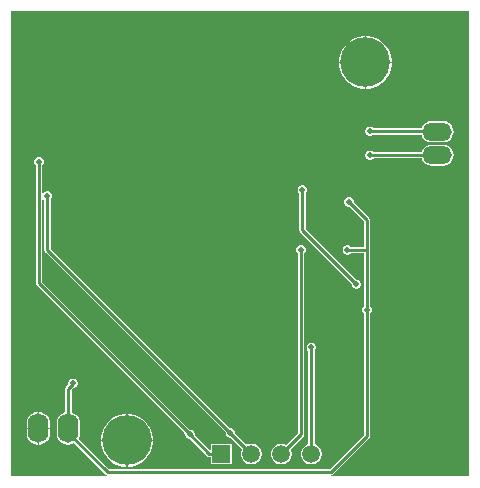
<source format=gbl>
G04*
G04 #@! TF.GenerationSoftware,Altium Limited,Altium Designer,23.3.1 (30)*
G04*
G04 Layer_Physical_Order=2*
G04 Layer_Color=16711680*
%FSLAX25Y25*%
%MOIN*%
G70*
G04*
G04 #@! TF.SameCoordinates,0C139B8F-EE47-4A66-AA8D-B4512E762C46*
G04*
G04*
G04 #@! TF.FilePolarity,Positive*
G04*
G01*
G75*
%ADD32C,0.01000*%
%ADD33C,0.16535*%
%ADD34C,0.05906*%
%ADD35R,0.05906X0.05906*%
%ADD36O,0.06890X0.09843*%
%ADD37O,0.09843X0.05906*%
%ADD38C,0.01968*%
G36*
X152500Y0D02*
X106648D01*
X106598Y500D01*
X106890Y558D01*
X107221Y779D01*
X119221Y12779D01*
X119442Y13110D01*
X119520Y13500D01*
Y54293D01*
X119835Y54608D01*
X120075Y55187D01*
Y55813D01*
X119835Y56392D01*
X119520Y56708D01*
Y75500D01*
Y85500D01*
X119442Y85890D01*
X119221Y86221D01*
X114075Y91367D01*
Y91813D01*
X113835Y92392D01*
X113392Y92835D01*
X112813Y93075D01*
X112187D01*
X111608Y92835D01*
X111165Y92392D01*
X110925Y91813D01*
Y91187D01*
X111165Y90608D01*
X111608Y90165D01*
X112187Y89925D01*
X112633D01*
X117480Y85078D01*
Y76520D01*
X113207D01*
X112892Y76835D01*
X112313Y77075D01*
X111687D01*
X111108Y76835D01*
X110665Y76392D01*
X110425Y75813D01*
Y75187D01*
X110665Y74608D01*
X111108Y74165D01*
X111687Y73925D01*
X112313D01*
X112892Y74165D01*
X113207Y74480D01*
X117480D01*
Y56708D01*
X117165Y56392D01*
X116925Y55813D01*
Y55187D01*
X117165Y54608D01*
X117480Y54293D01*
Y13922D01*
X106078Y2520D01*
X32446D01*
X22440Y12526D01*
X22446Y12534D01*
X22843Y13494D01*
X22979Y14524D01*
Y17476D01*
X22843Y18506D01*
X22446Y19466D01*
X21813Y20290D01*
X20989Y20922D01*
X20030Y21320D01*
X20020Y21321D01*
Y28816D01*
X20629Y29425D01*
X20813D01*
X21392Y29665D01*
X21835Y30108D01*
X22075Y30687D01*
Y31313D01*
X21835Y31892D01*
X21392Y32335D01*
X20813Y32575D01*
X20187D01*
X19608Y32335D01*
X19165Y31892D01*
X18925Y31313D01*
Y30687D01*
X18949Y30629D01*
X18279Y29959D01*
X18058Y29628D01*
X17980Y29238D01*
Y21321D01*
X17970Y21320D01*
X17010Y20922D01*
X16186Y20290D01*
X15554Y19466D01*
X15157Y18506D01*
X15021Y17476D01*
Y14524D01*
X15157Y13494D01*
X15554Y12534D01*
X16186Y11710D01*
X17010Y11078D01*
X17970Y10680D01*
X19000Y10545D01*
X20030Y10680D01*
X20989Y11078D01*
X20998Y11084D01*
X31303Y779D01*
X31633Y558D01*
X31925Y500D01*
X31876Y0D01*
X0D01*
Y155000D01*
X152500D01*
Y0D01*
D02*
G37*
%LPC*%
G36*
X118863Y146768D02*
X118250D01*
Y138250D01*
X126768D01*
Y138864D01*
X126431Y140557D01*
X125770Y142153D01*
X124810Y143589D01*
X123589Y144810D01*
X122153Y145770D01*
X120557Y146431D01*
X118863Y146768D01*
D02*
G37*
G36*
X117750D02*
X117137D01*
X115443Y146431D01*
X113847Y145770D01*
X112411Y144810D01*
X111190Y143589D01*
X110230Y142153D01*
X109569Y140557D01*
X109232Y138864D01*
Y138250D01*
X117750D01*
Y146768D01*
D02*
G37*
G36*
X126768Y137750D02*
X118250D01*
Y129232D01*
X118863D01*
X120557Y129569D01*
X122153Y130230D01*
X123589Y131190D01*
X124810Y132411D01*
X125770Y133847D01*
X126431Y135443D01*
X126768Y137136D01*
Y137750D01*
D02*
G37*
G36*
X117750D02*
X109232D01*
Y137136D01*
X109569Y135443D01*
X110230Y133847D01*
X111190Y132411D01*
X112411Y131190D01*
X113847Y130230D01*
X115443Y129569D01*
X117137Y129232D01*
X117750D01*
Y137750D01*
D02*
G37*
G36*
X143968Y118420D02*
X140032D01*
X139130Y118301D01*
X138290Y117953D01*
X137569Y117400D01*
X137015Y116678D01*
X136730Y115988D01*
X120739D01*
X120392Y116335D01*
X119813Y116575D01*
X119187D01*
X118608Y116335D01*
X118165Y115892D01*
X117925Y115313D01*
Y114687D01*
X118165Y114108D01*
X118608Y113665D01*
X119187Y113425D01*
X119813D01*
X120392Y113665D01*
X120676Y113949D01*
X136704D01*
X137015Y113196D01*
X137569Y112475D01*
X138290Y111921D01*
X139130Y111573D01*
X140032Y111454D01*
X143968D01*
X144870Y111573D01*
X145710Y111921D01*
X146431Y112475D01*
X146985Y113196D01*
X147332Y114036D01*
X147451Y114937D01*
X147332Y115838D01*
X146985Y116678D01*
X146431Y117400D01*
X145710Y117953D01*
X144870Y118301D01*
X143968Y118420D01*
D02*
G37*
G36*
Y110546D02*
X140032D01*
X139130Y110427D01*
X138290Y110079D01*
X137569Y109526D01*
X137015Y108804D01*
X136704Y108051D01*
X120676D01*
X120392Y108335D01*
X119813Y108575D01*
X119187D01*
X118608Y108335D01*
X118165Y107892D01*
X117925Y107313D01*
Y106687D01*
X118165Y106108D01*
X118608Y105665D01*
X119187Y105425D01*
X119813D01*
X120392Y105665D01*
X120739Y106012D01*
X136730D01*
X137015Y105322D01*
X137569Y104601D01*
X138290Y104047D01*
X139130Y103699D01*
X140032Y103580D01*
X143968D01*
X144870Y103699D01*
X145710Y104047D01*
X146431Y104601D01*
X146985Y105322D01*
X147332Y106162D01*
X147451Y107063D01*
X147332Y107964D01*
X146985Y108804D01*
X146431Y109526D01*
X145710Y110079D01*
X144870Y110427D01*
X143968Y110546D01*
D02*
G37*
G36*
X97313Y97075D02*
X96687D01*
X96108Y96835D01*
X95665Y96392D01*
X95425Y95813D01*
Y95187D01*
X95665Y94608D01*
X95980Y94292D01*
Y82000D01*
X96058Y81610D01*
X96279Y81279D01*
X113425Y64133D01*
Y63687D01*
X113665Y63108D01*
X114108Y62665D01*
X114687Y62425D01*
X115313D01*
X115892Y62665D01*
X116335Y63108D01*
X116575Y63687D01*
Y64313D01*
X116335Y64892D01*
X115892Y65335D01*
X115313Y65575D01*
X114867D01*
X98020Y82422D01*
Y94292D01*
X98335Y94608D01*
X98575Y95187D01*
Y95813D01*
X98335Y96392D01*
X97892Y96835D01*
X97313Y97075D01*
D02*
G37*
G36*
X9250Y21422D02*
Y16250D01*
X12979D01*
Y17476D01*
X12843Y18506D01*
X12446Y19466D01*
X11813Y20290D01*
X10989Y20922D01*
X10030Y21320D01*
X9250Y21422D01*
D02*
G37*
G36*
X8750D02*
X7970Y21320D01*
X7011Y20922D01*
X6186Y20290D01*
X5554Y19466D01*
X5157Y18506D01*
X5021Y17476D01*
Y16250D01*
X8750D01*
Y21422D01*
D02*
G37*
G36*
X39364Y20768D02*
X38750D01*
Y12250D01*
X47268D01*
Y12864D01*
X46931Y14558D01*
X46270Y16153D01*
X45310Y17589D01*
X44089Y18810D01*
X42653Y19770D01*
X41058Y20431D01*
X39364Y20768D01*
D02*
G37*
G36*
X38250D02*
X37637D01*
X35943Y20431D01*
X34347Y19770D01*
X32911Y18810D01*
X31690Y17589D01*
X30730Y16153D01*
X30069Y14558D01*
X29732Y12864D01*
Y12250D01*
X38250D01*
Y20768D01*
D02*
G37*
G36*
X12979Y15750D02*
X9250D01*
Y10578D01*
X10030Y10680D01*
X10989Y11078D01*
X11813Y11710D01*
X12446Y12534D01*
X12843Y13494D01*
X12979Y14524D01*
Y15750D01*
D02*
G37*
G36*
X8750D02*
X5021D01*
Y14524D01*
X5157Y13494D01*
X5554Y12534D01*
X6186Y11710D01*
X7011Y11078D01*
X7970Y10680D01*
X8750Y10578D01*
Y15750D01*
D02*
G37*
G36*
X96813Y77075D02*
X96187D01*
X95608Y76835D01*
X95165Y76392D01*
X94925Y75813D01*
Y75187D01*
X95165Y74608D01*
X95480Y74292D01*
Y14422D01*
X91614Y10555D01*
X91333Y10717D01*
X90455Y10953D01*
X89545D01*
X88667Y10717D01*
X87880Y10263D01*
X87237Y9620D01*
X86783Y8833D01*
X86547Y7955D01*
Y7045D01*
X86783Y6167D01*
X87237Y5380D01*
X87880Y4737D01*
X88667Y4282D01*
X89545Y4047D01*
X90455D01*
X91333Y4282D01*
X92120Y4737D01*
X92763Y5380D01*
X93217Y6167D01*
X93453Y7045D01*
Y7955D01*
X93217Y8833D01*
X93055Y9114D01*
X97221Y13279D01*
X97442Y13610D01*
X97520Y14000D01*
Y74292D01*
X97835Y74608D01*
X98075Y75187D01*
Y75813D01*
X97835Y76392D01*
X97392Y76835D01*
X96813Y77075D01*
D02*
G37*
G36*
X100313Y44575D02*
X99687D01*
X99108Y44335D01*
X98665Y43892D01*
X98425Y43313D01*
Y42687D01*
X98665Y42108D01*
X98980Y41793D01*
Y10801D01*
X98667Y10717D01*
X97880Y10263D01*
X97237Y9620D01*
X96783Y8833D01*
X96547Y7955D01*
Y7045D01*
X96783Y6167D01*
X97237Y5380D01*
X97880Y4737D01*
X98667Y4282D01*
X99545Y4047D01*
X100455D01*
X101333Y4282D01*
X102120Y4737D01*
X102763Y5380D01*
X103217Y6167D01*
X103453Y7045D01*
Y7955D01*
X103217Y8833D01*
X102763Y9620D01*
X102120Y10263D01*
X101333Y10717D01*
X101020Y10801D01*
Y41793D01*
X101335Y42108D01*
X101575Y42687D01*
Y43313D01*
X101335Y43892D01*
X100892Y44335D01*
X100313Y44575D01*
D02*
G37*
G36*
X9452Y106452D02*
X8825D01*
X8247Y106212D01*
X7803Y105770D01*
X7564Y105191D01*
Y104564D01*
X7803Y103985D01*
X8119Y103670D01*
Y64362D01*
X8197Y63971D01*
X8418Y63640D01*
X57925Y14133D01*
Y13687D01*
X58165Y13108D01*
X58608Y12665D01*
X59187Y12425D01*
X59633D01*
X65279Y6779D01*
X65610Y6558D01*
X66000Y6480D01*
X66547D01*
Y4047D01*
X73453D01*
Y10953D01*
X66547D01*
Y9102D01*
X66047Y8895D01*
X61075Y13867D01*
Y14313D01*
X60835Y14892D01*
X60392Y15335D01*
X59813Y15575D01*
X59367D01*
X10158Y64784D01*
Y92500D01*
X10624Y92607D01*
X10980Y92284D01*
Y75500D01*
X11058Y75110D01*
X11279Y74779D01*
X71425Y14633D01*
Y14187D01*
X71665Y13608D01*
X72108Y13165D01*
X72687Y12925D01*
X73133D01*
X76945Y9114D01*
X76783Y8833D01*
X76547Y7955D01*
Y7045D01*
X76783Y6167D01*
X77237Y5380D01*
X77880Y4737D01*
X78667Y4282D01*
X79545Y4047D01*
X80455D01*
X81333Y4282D01*
X82120Y4737D01*
X82763Y5380D01*
X83217Y6167D01*
X83453Y7045D01*
Y7955D01*
X83217Y8833D01*
X82763Y9620D01*
X82120Y10263D01*
X81333Y10717D01*
X80455Y10953D01*
X79545D01*
X78667Y10717D01*
X78386Y10555D01*
X74575Y14367D01*
Y14813D01*
X74335Y15392D01*
X73892Y15835D01*
X73313Y16075D01*
X72867D01*
X13020Y75922D01*
Y92292D01*
X13335Y92608D01*
X13575Y93187D01*
Y93813D01*
X13335Y94392D01*
X12892Y94835D01*
X12313Y95075D01*
X11687D01*
X11108Y94835D01*
X10665Y94392D01*
X10658Y94376D01*
X10158Y94475D01*
Y103670D01*
X10474Y103985D01*
X10713Y104564D01*
Y105191D01*
X10474Y105770D01*
X10031Y106212D01*
X9452Y106452D01*
D02*
G37*
G36*
X47268Y11750D02*
X38750D01*
Y3232D01*
X39364D01*
X41058Y3569D01*
X42653Y4230D01*
X44089Y5190D01*
X45310Y6411D01*
X46270Y7847D01*
X46931Y9443D01*
X47268Y11136D01*
Y11750D01*
D02*
G37*
G36*
X38250D02*
X29732D01*
Y11136D01*
X30069Y9443D01*
X30730Y7847D01*
X31690Y6411D01*
X32911Y5190D01*
X34347Y4230D01*
X35943Y3569D01*
X37637Y3232D01*
X38250D01*
Y11750D01*
D02*
G37*
%LPD*%
D32*
X106500Y1500D02*
X118500Y13500D01*
Y55500D01*
X32024Y1500D02*
X106500D01*
X19000Y14524D02*
Y16000D01*
Y14524D02*
X32024Y1500D01*
X118500Y75500D02*
Y85500D01*
Y55500D02*
Y75500D01*
X112000D02*
X118500D01*
X97000Y82000D02*
X115000Y64000D01*
X97000Y82000D02*
Y95500D01*
X112500Y91500D02*
X118500Y85500D01*
X100000Y7500D02*
Y43000D01*
X90000Y7500D02*
X96500Y14000D01*
Y75500D01*
X73000Y14500D02*
X80000Y7500D01*
X12000Y75500D02*
X73000Y14500D01*
X12000Y75500D02*
Y93500D01*
X9138Y64362D02*
Y104877D01*
Y64362D02*
X59500Y14000D01*
X66000Y7500D01*
X70000D01*
X19000Y16000D02*
Y29238D01*
X20500Y30738D01*
Y31000D01*
X141969Y107032D02*
X142000Y107063D01*
X119532Y107032D02*
X141969D01*
X119500Y107000D02*
X119532Y107032D01*
X141969Y114969D02*
X142000Y114937D01*
X119532Y114969D02*
X141969D01*
X119500Y115000D02*
X119532Y114969D01*
D33*
X38500Y12000D02*
D03*
X118000Y138000D02*
D03*
D34*
X100000Y7500D02*
D03*
X90000D02*
D03*
X80000D02*
D03*
D35*
X70000D02*
D03*
D36*
X9000Y16000D02*
D03*
X19000D02*
D03*
D37*
X142000Y107063D02*
D03*
Y114937D02*
D03*
D38*
X112000Y75500D02*
D03*
X115000Y64000D02*
D03*
X118500Y55500D02*
D03*
X112500Y91500D02*
D03*
X100000Y43000D02*
D03*
X96500Y75500D02*
D03*
X73000Y14500D02*
D03*
X12000Y93500D02*
D03*
X59500Y14000D02*
D03*
X9138Y104877D02*
D03*
X20500Y31000D02*
D03*
X119500Y107000D02*
D03*
Y115000D02*
D03*
X97000Y95500D02*
D03*
M02*

</source>
